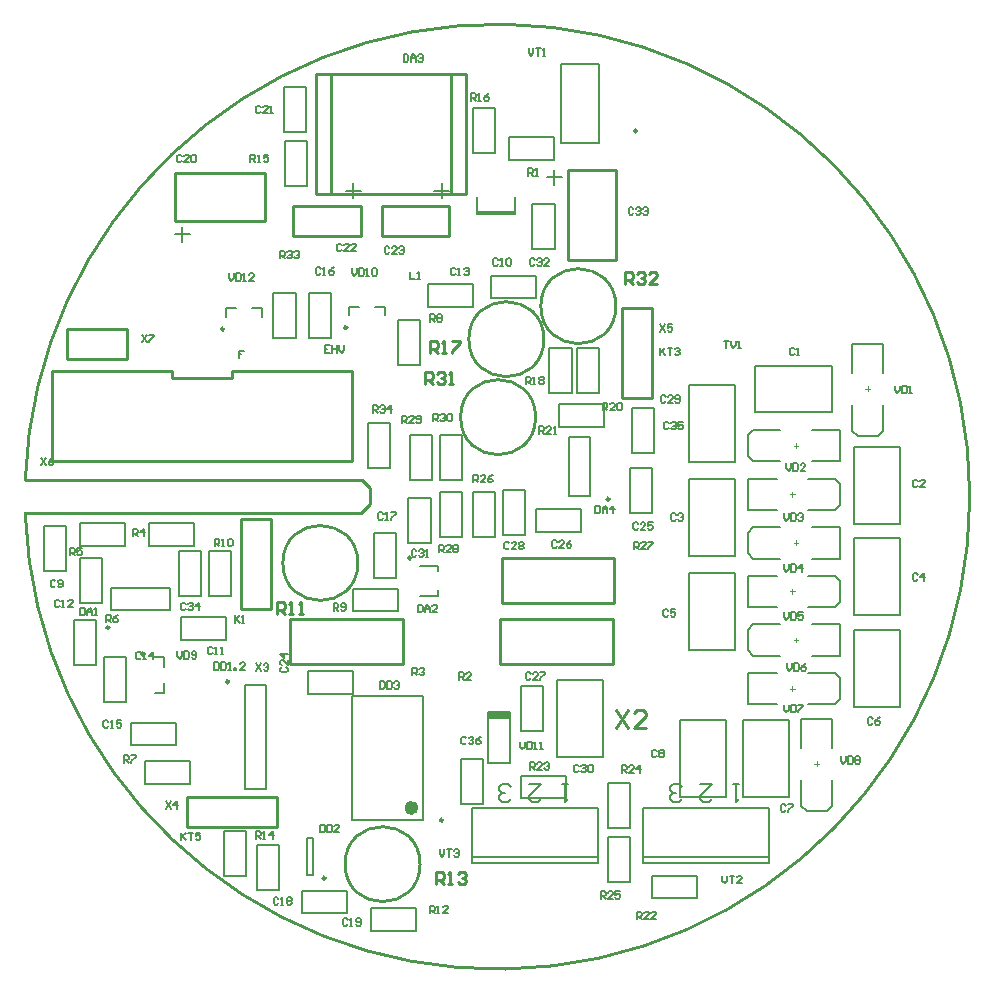
<source format=gto>
%FSLAX25Y25*%
%MOIN*%
G70*
G01*
G75*
G04 Layer_Color=65535*
%ADD10C,0.04000*%
%ADD11C,0.02000*%
G04:AMPARAMS|DCode=12|XSize=47.24mil|YSize=59.06mil|CornerRadius=11.81mil|HoleSize=0mil|Usage=FLASHONLY|Rotation=90.000|XOffset=0mil|YOffset=0mil|HoleType=Round|Shape=RoundedRectangle|*
%AMROUNDEDRECTD12*
21,1,0.04724,0.03543,0,0,90.0*
21,1,0.02362,0.05906,0,0,90.0*
1,1,0.02362,0.01772,0.01181*
1,1,0.02362,0.01772,-0.01181*
1,1,0.02362,-0.01772,-0.01181*
1,1,0.02362,-0.01772,0.01181*
%
%ADD12ROUNDEDRECTD12*%
%ADD13R,0.13386X0.07480*%
G04:AMPARAMS|DCode=14|XSize=47.24mil|YSize=59.06mil|CornerRadius=11.81mil|HoleSize=0mil|Usage=FLASHONLY|Rotation=180.000|XOffset=0mil|YOffset=0mil|HoleType=Round|Shape=RoundedRectangle|*
%AMROUNDEDRECTD14*
21,1,0.04724,0.03543,0,0,180.0*
21,1,0.02362,0.05906,0,0,180.0*
1,1,0.02362,-0.01181,0.01772*
1,1,0.02362,0.01181,0.01772*
1,1,0.02362,0.01181,-0.01772*
1,1,0.02362,-0.01181,-0.01772*
%
%ADD14ROUNDEDRECTD14*%
%ADD15R,0.04331X0.02559*%
%ADD16R,0.13780X0.04724*%
%ADD17R,0.08268X0.07284*%
%ADD18R,0.04724X0.13780*%
%ADD19R,0.07284X0.08268*%
%ADD20R,0.14764X0.07874*%
%ADD21R,0.02362X0.05118*%
%ADD22R,0.08465X0.13780*%
%ADD23R,0.08465X0.04331*%
%ADD24R,0.08465X0.04331*%
%ADD25O,0.02362X0.08661*%
%ADD26R,0.05118X0.02362*%
%ADD27O,0.08661X0.02362*%
%ADD28R,0.03937X0.03347*%
%ADD29R,0.03937X0.03347*%
%ADD30O,0.09055X0.02362*%
%ADD31R,0.07874X0.14764*%
%ADD32R,0.05906X0.07874*%
%ADD33C,0.01000*%
%ADD34C,0.00394*%
%ADD35C,0.06000*%
%ADD36R,0.06000X0.06000*%
%ADD37R,0.10000X0.10000*%
%ADD38C,0.10000*%
%ADD39C,0.20000*%
%ADD40C,0.07087*%
%ADD41R,0.06000X0.06000*%
%ADD42R,0.06299X0.06299*%
%ADD43C,0.06299*%
%ADD44C,0.05000*%
%ADD45R,0.05000X0.05000*%
%ADD46C,0.04000*%
%ADD47C,0.04724*%
%ADD48R,0.05906X0.05906*%
%ADD49C,0.05906*%
%ADD50C,0.00984*%
%ADD51C,0.02362*%
%ADD52C,0.00787*%
%ADD53C,0.00500*%
%ADD54C,0.00800*%
%ADD55C,0.00591*%
%ADD56R,0.07480X0.02559*%
D33*
X386740Y203500D02*
G03*
X386740Y203500I-12500J0D01*
G01*
X428000Y378500D02*
G03*
X428000Y378500I-12500J0D01*
G01*
X425250Y352500D02*
G03*
X425250Y352500I-12500J0D01*
G01*
X452000Y389500D02*
G03*
X452000Y389500I-12500J0D01*
G01*
X366000Y303894D02*
G03*
X366000Y303894I-12500J0D01*
G01*
X269000Y381961D02*
X289000D01*
X269000Y371961D02*
X289000D01*
Y381961D01*
X269000Y371961D02*
Y381961D01*
X451394Y290500D02*
Y305500D01*
X413894D02*
X451394D01*
X413894Y290500D02*
X451394D01*
X413894D02*
Y305500D01*
X381000Y270106D02*
Y285106D01*
X343500D02*
X381000D01*
X343500Y270106D02*
X381000D01*
X343500D02*
Y285106D01*
X451000Y270106D02*
Y285106D01*
X413500D02*
X451000D01*
X413500Y270106D02*
X451000D01*
X413500D02*
Y285106D01*
X327000Y288394D02*
Y318394D01*
X337000Y288394D02*
Y318394D01*
Y288394D02*
Y318394D01*
X327000Y288394D02*
X337000D01*
X327000Y318394D02*
X337000D01*
X309000Y216000D02*
X339000D01*
X309000Y226000D02*
X339000D01*
X309000D02*
X339000D01*
Y216000D02*
Y226000D01*
X309000Y216000D02*
Y226000D01*
X464000Y359000D02*
Y389000D01*
X454000Y359000D02*
Y389000D01*
Y359000D02*
Y389000D01*
X464000D01*
X454000Y359000D02*
X464000D01*
X357000Y427000D02*
Y467000D01*
X397000Y427000D02*
Y467000D01*
X402000Y427000D02*
Y467000D01*
X352000D02*
X402000D01*
X352000Y427000D02*
Y467000D01*
Y427000D02*
X402000D01*
X264000Y338000D02*
X364000D01*
X264000Y368000D02*
X304000D01*
X264000Y338000D02*
Y368000D01*
X324000D02*
X364000D01*
X324000Y365500D02*
Y368000D01*
X304000Y365500D02*
X324000D01*
X364000Y338000D02*
Y368000D01*
X304000Y365500D02*
Y368000D01*
X388375Y363394D02*
Y367392D01*
X390375D01*
X391041Y366726D01*
Y365393D01*
X390375Y364727D01*
X388375D01*
X389708D02*
X391041Y363394D01*
X392374Y366726D02*
X393041Y367392D01*
X394374D01*
X395040Y366726D01*
Y366059D01*
X394374Y365393D01*
X393707D01*
X394374D01*
X395040Y364727D01*
Y364060D01*
X394374Y363394D01*
X393041D01*
X392374Y364060D01*
X396373Y363394D02*
X397706D01*
X397039D01*
Y367392D01*
X396373Y366726D01*
X389982Y374000D02*
Y377999D01*
X391982D01*
X392648Y377332D01*
Y375999D01*
X391982Y375333D01*
X389982D01*
X391315D02*
X392648Y374000D01*
X393981D02*
X395314D01*
X394647D01*
Y377999D01*
X393981Y377332D01*
X397313Y377999D02*
X399979D01*
Y377332D01*
X397313Y374666D01*
Y374000D01*
X392000Y196954D02*
Y200953D01*
X393999D01*
X394666Y200286D01*
Y198953D01*
X393999Y198287D01*
X392000D01*
X393333D02*
X394666Y196954D01*
X395999D02*
X397332D01*
X396665D01*
Y200953D01*
X395999Y200286D01*
X399331D02*
X399997Y200953D01*
X401330D01*
X401997Y200286D01*
Y199620D01*
X401330Y198953D01*
X400664D01*
X401330D01*
X401997Y198287D01*
Y197620D01*
X401330Y196954D01*
X399997D01*
X399331Y197620D01*
X339000Y287039D02*
Y291038D01*
X340999D01*
X341666Y290371D01*
Y289038D01*
X340999Y288372D01*
X339000D01*
X340333D02*
X341666Y287039D01*
X342999D02*
X344332D01*
X343665D01*
Y291038D01*
X342999Y290371D01*
X346331Y287039D02*
X347664D01*
X346997D01*
Y291038D01*
X346331Y290371D01*
X455216Y397000D02*
Y400999D01*
X457215D01*
X457882Y400332D01*
Y398999D01*
X457215Y398333D01*
X455216D01*
X456549D02*
X457882Y397000D01*
X459215Y400332D02*
X459881Y400999D01*
X461214D01*
X461880Y400332D01*
Y399666D01*
X461214Y398999D01*
X460547D01*
X461214D01*
X461880Y398333D01*
Y397666D01*
X461214Y397000D01*
X459881D01*
X459215Y397666D01*
X465879Y397000D02*
X463213D01*
X465879Y399666D01*
Y400332D01*
X465213Y400999D01*
X463880D01*
X463213Y400332D01*
X452000Y254998D02*
X455999Y249000D01*
Y254998D02*
X452000Y249000D01*
X461997D02*
X457998D01*
X461997Y252999D01*
Y253998D01*
X460997Y254998D01*
X458998D01*
X457998Y253998D01*
X255116Y320504D02*
G03*
X255116Y331496I157384J5496D01*
G01*
Y320504D02*
X367004D01*
X370000Y323500D01*
Y329004D01*
X255116Y331496D02*
X367508D01*
X370000Y329004D01*
D34*
X511268Y343000D02*
X512843D01*
X512055Y342213D02*
Y343787D01*
X510087Y262000D02*
X511661D01*
X510874Y261213D02*
Y262787D01*
X511268Y278200D02*
X512843D01*
X512055Y277413D02*
Y278987D01*
X510087Y294400D02*
X511661D01*
X510874Y293613D02*
Y295187D01*
X511268Y310600D02*
X512843D01*
X512055Y309813D02*
Y311387D01*
X510087Y326800D02*
X511661D01*
X510874Y326013D02*
Y327587D01*
X519000Y236213D02*
Y237787D01*
X518213Y237000D02*
X519787D01*
X536000Y361213D02*
Y362787D01*
X535213Y362000D02*
X536787D01*
D50*
X355217Y198815D02*
G03*
X355217Y198815I-492J0D01*
G01*
X362405Y382366D02*
G03*
X362405Y382366I-492J0D01*
G01*
X459094Y447945D02*
G03*
X459094Y447945I-492J0D01*
G01*
X283146Y282394D02*
G03*
X283146Y282394I-492J0D01*
G01*
X294858Y273587D02*
G03*
X294858Y273587I-492J0D01*
G01*
X323043Y264347D02*
G03*
X323043Y264347I-492J0D01*
G01*
X383768Y305579D02*
G03*
X383768Y305579I-492J0D01*
G01*
X394406Y218154D02*
G03*
X394406Y218154I-492J0D01*
G01*
X449941Y325153D02*
G03*
X449941Y325153I-492J0D01*
G01*
X321406Y381866D02*
G03*
X321406Y381866I-492J0D01*
G01*
X435890Y434823D02*
X452032D01*
X435890Y404902D02*
X452032D01*
X435890D02*
Y434823D01*
X452032Y404902D02*
Y434823D01*
X305177Y417890D02*
Y434031D01*
X335098Y417890D02*
Y434031D01*
X305177Y417890D02*
X335098D01*
X305177Y434031D02*
X335098D01*
X344500Y413000D02*
X367000D01*
X344500Y423000D02*
X367000D01*
X344500Y413000D02*
Y423000D01*
X367000Y413000D02*
Y423000D01*
X374000Y412890D02*
X396500D01*
X374000Y422890D02*
X396500D01*
X374000Y412890D02*
Y422890D01*
X396500Y412890D02*
Y422890D01*
D51*
X385055Y222268D02*
G03*
X385055Y222268I-1181J0D01*
G01*
D52*
X400299Y223520D02*
Y238480D01*
X407780Y223520D02*
Y238480D01*
X400299D02*
X407780D01*
X400299Y223520D02*
X407780D01*
X405701Y420992D02*
X418299D01*
X405701Y420244D02*
X418299D01*
Y425756D01*
X405701Y420244D02*
Y425756D01*
X313701Y292913D02*
Y307874D01*
X306221Y292913D02*
Y307874D01*
Y292913D02*
X313701D01*
X306221Y307874D02*
X313701D01*
X376701Y335520D02*
Y350480D01*
X369220Y335520D02*
Y350480D01*
Y335520D02*
X376701D01*
X369220Y350480D02*
X376701D01*
X307020Y278299D02*
X321980D01*
X307020Y285780D02*
X321980D01*
X307020Y278299D02*
Y285780D01*
X321980Y278299D02*
Y285780D01*
X349016Y199898D02*
Y212102D01*
X350984Y199898D02*
Y212102D01*
X349016D02*
X350984D01*
X349016Y199898D02*
X350984D01*
X494228Y251598D02*
X509583D01*
X494228Y226008D02*
X509583D01*
Y251598D01*
X494228Y226008D02*
Y251598D01*
X476362Y300598D02*
X491716D01*
X476362Y275008D02*
X491716D01*
Y300598D01*
X476362Y275008D02*
Y300598D01*
Y331854D02*
X491716D01*
X476362Y306264D02*
X491716D01*
Y331854D01*
X476362Y306264D02*
Y331854D01*
X497882Y348217D02*
X506740D01*
X497882Y337784D02*
X506740D01*
X526819D02*
Y348217D01*
X517370D02*
X526819D01*
X517370Y337784D02*
X526819D01*
X496110Y346445D02*
X497882Y348217D01*
X496110Y339555D02*
X497882Y337784D01*
X496110Y339555D02*
Y346445D01*
X516189Y256784D02*
X525047D01*
X516189Y267216D02*
X525047D01*
X496110Y256784D02*
Y267216D01*
Y256784D02*
X505559D01*
X496110Y267216D02*
X505559D01*
X525047Y256784D02*
X526819Y258555D01*
X525047Y267216D02*
X526819Y265445D01*
Y258555D02*
Y265445D01*
X497882Y283417D02*
X506740D01*
X497882Y272984D02*
X506740D01*
X526819D02*
Y283417D01*
X517370D02*
X526819D01*
X517370Y272984D02*
X526819D01*
X496110Y281645D02*
X497882Y283417D01*
X496110Y274755D02*
X497882Y272984D01*
X496110Y274755D02*
Y281645D01*
X516189Y289183D02*
X525047D01*
X516189Y299617D02*
X525047D01*
X496110Y289183D02*
Y299617D01*
Y289183D02*
X505559D01*
X496110Y299617D02*
X505559D01*
X525047Y289183D02*
X526819Y290955D01*
X525047Y299617D02*
X526819Y297845D01*
Y290955D02*
Y297845D01*
X497882Y315816D02*
X506740D01*
X497882Y305383D02*
X506740D01*
X526819D02*
Y315816D01*
X517370D02*
X526819D01*
X517370Y305383D02*
X526819D01*
X496110Y314045D02*
X497882Y315816D01*
X496110Y307155D02*
X497882Y305383D01*
X496110Y307155D02*
Y314045D01*
X516189Y321584D02*
X525047D01*
X516189Y332016D02*
X525047D01*
X496110Y321584D02*
Y332016D01*
Y321584D02*
X505559D01*
X496110Y332016D02*
X505559D01*
X525047Y321584D02*
X526819Y323355D01*
X525047Y332016D02*
X526819Y330245D01*
Y323355D02*
Y330245D01*
X498402Y354283D02*
Y369638D01*
X523992Y354283D02*
Y369638D01*
X498402D02*
X523992D01*
X498402Y354283D02*
X523992D01*
X513784Y222827D02*
Y231685D01*
X524217Y222827D02*
Y231685D01*
X513784Y251764D02*
X524217D01*
X513784Y242315D02*
Y251764D01*
X524217Y242315D02*
Y251764D01*
X513784Y222827D02*
X515555Y221055D01*
X522445D02*
X524217Y222827D01*
X515555Y221055D02*
X522445D01*
X424094Y408520D02*
Y423480D01*
X431575Y408520D02*
Y423480D01*
X424094D02*
X431575D01*
X424094Y408520D02*
X431575D01*
X531284Y312098D02*
X546638D01*
X531284Y286508D02*
X546638D01*
Y312098D01*
X531284Y286508D02*
Y312098D01*
Y281598D02*
X546638D01*
X531284Y256008D02*
X546638D01*
Y281598D01*
X531284Y256008D02*
Y281598D01*
X530784Y347827D02*
Y356685D01*
X541217Y347827D02*
Y356685D01*
X530784Y376764D02*
X541217D01*
X530784Y367315D02*
Y376764D01*
X541217Y367315D02*
Y376764D01*
X530784Y347827D02*
X532555Y346055D01*
X539445D02*
X541217Y347827D01*
X532555Y346055D02*
X539445D01*
X531284Y342598D02*
X546638D01*
X531284Y317008D02*
X546638D01*
Y342598D01*
X531284Y317008D02*
Y342598D01*
X386701Y370020D02*
Y384980D01*
X379221Y370020D02*
Y384980D01*
Y370020D02*
X386701D01*
X379221Y384980D02*
X386701D01*
X349693Y379020D02*
Y393980D01*
X357173Y379020D02*
Y393980D01*
X349693D02*
X357173D01*
X349693Y379020D02*
X357173D01*
X296520Y309693D02*
X311480D01*
X296520Y317173D02*
X311480D01*
X296520Y309693D02*
Y317173D01*
X311480Y309693D02*
Y317173D01*
X363094Y386500D02*
Y389256D01*
X366244D01*
X374905Y386500D02*
Y389256D01*
X371756D02*
X374905D01*
X433602Y470189D02*
X446398D01*
X433602Y443811D02*
X446398D01*
Y470189D01*
X433602Y443811D02*
Y470189D01*
X416520Y438299D02*
X431480D01*
X416520Y445780D02*
X431480D01*
X416520Y438299D02*
Y445780D01*
X431480Y438299D02*
Y445780D01*
X273520Y309693D02*
X288480D01*
X273520Y317173D02*
X288480D01*
X273520Y309693D02*
Y317173D01*
X288480Y309693D02*
Y317173D01*
X268701Y301126D02*
Y316087D01*
X261221Y301126D02*
Y316087D01*
Y301126D02*
X268701D01*
X261221Y316087D02*
X268701D01*
X410520Y399701D02*
X425480D01*
X410520Y392220D02*
X425480D01*
Y399701D01*
X410520Y392220D02*
Y399701D01*
X283658Y288299D02*
X303343D01*
X283658Y295386D02*
X303343D01*
X283658Y288299D02*
Y295386D01*
X303343Y288299D02*
Y295386D01*
X278701Y269913D02*
Y284874D01*
X271220Y269913D02*
Y284874D01*
Y269913D02*
X278701D01*
X271220Y284874D02*
X278701D01*
X298500Y272406D02*
X301256D01*
Y269256D02*
Y272406D01*
X298500Y260595D02*
X301256D01*
Y263744D01*
X288701Y257520D02*
Y272480D01*
X281221Y257520D02*
Y272480D01*
Y257520D02*
X288701D01*
X281221Y272480D02*
X288701D01*
X364520Y287799D02*
X379480D01*
X364520Y295280D02*
X379480D01*
X364520Y287799D02*
Y295280D01*
X379480Y287799D02*
Y295280D01*
X328457Y228677D02*
X335543D01*
X328457Y263323D02*
X335543D01*
Y228677D02*
Y263323D01*
X328457Y228677D02*
Y263323D01*
X371299Y298913D02*
Y313874D01*
X378780Y298913D02*
Y313874D01*
X371299D02*
X378780D01*
X371299Y298913D02*
X378780D01*
X386819Y303020D02*
X392724D01*
X386819Y292980D02*
X392724D01*
Y301248D02*
Y303020D01*
Y292980D02*
Y294752D01*
X337748Y378913D02*
Y393874D01*
X345228Y378913D02*
Y393874D01*
X337748D02*
X345228D01*
X337748Y378913D02*
X345228D01*
X295020Y230299D02*
X309980D01*
X295020Y237779D02*
X309980D01*
X295020Y230299D02*
Y237779D01*
X309980Y230299D02*
Y237779D01*
X290413Y243150D02*
X305374D01*
X290413Y250630D02*
X305374D01*
X290413Y243150D02*
Y250630D01*
X305374Y243150D02*
Y250630D01*
X420299Y248020D02*
Y262980D01*
X427779Y248020D02*
Y262980D01*
X420299D02*
X427779D01*
X420299Y248020D02*
X427779D01*
X364189Y259669D02*
X387811D01*
X364189Y218331D02*
X387811D01*
X364189D02*
Y259669D01*
X387811Y218331D02*
Y259669D01*
X349420Y260299D02*
X364381D01*
X349420Y267779D02*
X364381D01*
X349420Y260299D02*
Y267779D01*
X364381Y260299D02*
Y267779D01*
X339701Y194780D02*
Y209740D01*
X332221Y194780D02*
Y209740D01*
Y194780D02*
X339701D01*
X332221Y209740D02*
X339701D01*
X460937Y205748D02*
X503063D01*
X460937Y203780D02*
X503063D01*
X460937Y222284D02*
X503063D01*
Y203780D02*
Y222284D01*
X460937Y203780D02*
Y222284D01*
X370520Y181299D02*
X385480D01*
X370520Y188779D02*
X385480D01*
X370520Y181299D02*
Y188779D01*
X385480Y181299D02*
Y188779D01*
X328701Y199520D02*
Y214480D01*
X321220Y199520D02*
Y214480D01*
Y199520D02*
X328701D01*
X321220Y214480D02*
X328701D01*
X449299Y215520D02*
Y230480D01*
X456779Y215520D02*
Y230480D01*
X449299D02*
X456779D01*
X449299Y215520D02*
X456779D01*
X347520Y194701D02*
X362480D01*
X347520Y187221D02*
X362480D01*
Y194701D01*
X347520Y187221D02*
Y194701D01*
X456701Y197520D02*
Y212480D01*
X449221Y197520D02*
Y212480D01*
Y197520D02*
X456701D01*
X449221Y212480D02*
X456701D01*
X403937Y205765D02*
X446063D01*
X403937Y203797D02*
X446063D01*
X403937Y222301D02*
X446063D01*
Y203797D02*
Y222301D01*
X403937Y203797D02*
Y222301D01*
X432362Y239295D02*
X447717D01*
X432362Y264886D02*
X447717D01*
X432362Y239295D02*
Y264886D01*
X447717Y239295D02*
Y264886D01*
X433126Y349299D02*
X448087D01*
X433126Y356780D02*
X448087D01*
X433126Y349299D02*
Y356780D01*
X448087Y349299D02*
Y356780D01*
X411701Y312520D02*
Y327480D01*
X404220Y312520D02*
Y327480D01*
Y312520D02*
X411701D01*
X404220Y327480D02*
X411701D01*
X390307Y310520D02*
Y325480D01*
X382827Y310520D02*
Y325480D01*
Y310520D02*
X390307D01*
X382827Y325480D02*
X390307D01*
X400701Y312520D02*
Y327480D01*
X393220Y312520D02*
Y327480D01*
Y312520D02*
X400701D01*
X393220Y327480D02*
X400701D01*
X436457Y345843D02*
X443543D01*
X436457Y326157D02*
X443543D01*
X436457D02*
Y345843D01*
X443543Y326157D02*
Y345843D01*
X414299Y313126D02*
Y328087D01*
X421779Y313126D02*
Y328087D01*
X414299D02*
X421779D01*
X414299Y313126D02*
X421779D01*
X400701Y331520D02*
Y346480D01*
X393220Y331520D02*
Y346480D01*
Y331520D02*
X400701D01*
X393220Y346480D02*
X400701D01*
X425520Y314299D02*
X440480D01*
X425520Y321779D02*
X440480D01*
X425520Y314299D02*
Y321779D01*
X440480Y314299D02*
Y321779D01*
X322094Y386000D02*
Y388756D01*
X325244D01*
X333906Y386000D02*
Y388756D01*
X330756D02*
X333906D01*
X390701Y331520D02*
Y346480D01*
X383221Y331520D02*
Y346480D01*
Y331520D02*
X390701D01*
X383221Y346480D02*
X390701D01*
X341299Y447520D02*
Y462480D01*
X348780Y447520D02*
Y462480D01*
X341299D02*
X348780D01*
X341299Y447520D02*
X348780D01*
X456693Y320520D02*
Y335480D01*
X464173Y320520D02*
Y335480D01*
X456693D02*
X464173D01*
X456693Y320520D02*
X464173D01*
X457299Y340520D02*
Y355480D01*
X464780Y340520D02*
Y355480D01*
X457299D02*
X464780D01*
X457299Y340520D02*
X464780D01*
X341575Y429520D02*
X349055D01*
X341575Y444480D02*
X349055D01*
Y429520D02*
Y444480D01*
X341575Y429520D02*
Y444480D01*
X429811Y375480D02*
X437291D01*
X429811Y360520D02*
X437291D01*
X429811D02*
Y375480D01*
X437291Y360520D02*
Y375480D01*
X464070Y192220D02*
Y199701D01*
X479031Y192220D02*
Y199701D01*
X464070Y192220D02*
X479031D01*
X464070Y199701D02*
X479031D01*
X316220Y307874D02*
X323701D01*
X316220Y292913D02*
X323701D01*
X316220D02*
Y307874D01*
X323701Y292913D02*
Y307874D01*
X404299Y440520D02*
X411779D01*
X404299Y455480D02*
X411779D01*
Y440520D02*
Y455480D01*
X404299Y440520D02*
Y455480D01*
X439063Y375480D02*
X446543D01*
X439063Y360520D02*
X446543D01*
X439063D02*
Y375480D01*
X446543Y360520D02*
Y375480D01*
X420520Y225455D02*
Y232936D01*
X435480Y225455D02*
Y232936D01*
X420520Y225455D02*
X435480D01*
X420520Y232936D02*
X435480D01*
X404480Y389299D02*
Y396779D01*
X389520Y389299D02*
Y396779D01*
X404480D01*
X389520Y389299D02*
X404480D01*
X273220Y305480D02*
X280701D01*
X273220Y290520D02*
X280701D01*
X273220D02*
Y305480D01*
X280701Y290520D02*
Y305480D01*
X473283Y226008D02*
Y251598D01*
X488638Y226008D02*
Y251598D01*
X473283Y226008D02*
X488638D01*
X473283Y251598D02*
X488638D01*
X409260Y237142D02*
X416740D01*
X409260D02*
Y254071D01*
X416740Y237142D02*
Y254071D01*
X491716Y337520D02*
Y363110D01*
X476362Y337520D02*
Y363110D01*
X491716D01*
X476362Y337520D02*
X491716D01*
D53*
X431500Y430000D02*
Y435000D01*
X429000Y432500D02*
X434000D01*
X305000Y413500D02*
X310000D01*
X307500Y411000D02*
Y416000D01*
X364500Y425500D02*
Y430500D01*
X362000Y428000D02*
X367000D01*
X394000Y425390D02*
Y430390D01*
X391500Y427890D02*
X396500D01*
D54*
X402100Y245554D02*
X401700Y245954D01*
X400900D01*
X400500Y245554D01*
Y243954D01*
X400900Y243555D01*
X401700D01*
X402100Y243954D01*
X402899Y245554D02*
X403299Y245954D01*
X404099D01*
X404499Y245554D01*
Y245154D01*
X404099Y244754D01*
X403699D01*
X404099D01*
X404499Y244354D01*
Y243954D01*
X404099Y243555D01*
X403299D01*
X402899Y243954D01*
X406898Y245954D02*
X406098Y245554D01*
X405298Y244754D01*
Y243954D01*
X405698Y243555D01*
X406498D01*
X406898Y243954D01*
Y244354D01*
X406498Y244754D01*
X405298D01*
X294000Y379860D02*
X295600Y377461D01*
Y379860D02*
X294000Y377461D01*
X296399Y379860D02*
X297999D01*
Y379460D01*
X296399Y377860D01*
Y377461D01*
X371000Y354000D02*
Y356399D01*
X372200D01*
X372600Y355999D01*
Y355200D01*
X372200Y354800D01*
X371000D01*
X371800D02*
X372600Y354000D01*
X373399Y355999D02*
X373799Y356399D01*
X374599D01*
X374999Y355999D01*
Y355599D01*
X374599Y355200D01*
X374199D01*
X374599D01*
X374999Y354800D01*
Y354400D01*
X374599Y354000D01*
X373799D01*
X373399Y354400D01*
X376998Y354000D02*
Y356399D01*
X375798Y355200D01*
X377398D01*
X308599Y290191D02*
X308200Y290591D01*
X307400D01*
X307000Y290191D01*
Y288592D01*
X307400Y288192D01*
X308200D01*
X308599Y288592D01*
X309399Y290191D02*
X309799Y290591D01*
X310599D01*
X310999Y290191D01*
Y289791D01*
X310599Y289391D01*
X310199D01*
X310599D01*
X310999Y288991D01*
Y288592D01*
X310599Y288192D01*
X309799D01*
X309399Y288592D01*
X312998Y288192D02*
Y290591D01*
X311798Y289391D01*
X313398D01*
X317559Y275393D02*
X317159Y275793D01*
X316359D01*
X315960Y275393D01*
Y273794D01*
X316359Y273394D01*
X317159D01*
X317559Y273794D01*
X318359Y273394D02*
X319159D01*
X318759D01*
Y275793D01*
X318359Y275393D01*
X320358Y273394D02*
X321158D01*
X320758D01*
Y275793D01*
X320358Y275393D01*
X353380Y216707D02*
Y214308D01*
X354579D01*
X354979Y214708D01*
Y216308D01*
X354579Y216707D01*
X353380D01*
X355779D02*
Y214308D01*
X356978D01*
X357378Y214708D01*
Y216308D01*
X356978Y216707D01*
X355779D01*
X359777Y214308D02*
X358178D01*
X359777Y215908D01*
Y216308D01*
X359378Y216707D01*
X358578D01*
X358178Y216308D01*
X466879Y383399D02*
X468479Y381000D01*
Y383399D02*
X466879Y381000D01*
X470878Y383399D02*
X469278D01*
Y382200D01*
X470078Y382599D01*
X470478D01*
X470878Y382200D01*
Y381400D01*
X470478Y381000D01*
X469678D01*
X469278Y381400D01*
X301975Y224399D02*
X303575Y222000D01*
Y224399D02*
X301975Y222000D01*
X305574D02*
Y224399D01*
X304375Y223200D01*
X305974D01*
X332165Y270399D02*
X333764Y268000D01*
Y270399D02*
X332165Y268000D01*
X334564Y269999D02*
X334964Y270399D01*
X335764D01*
X336163Y269999D01*
Y269600D01*
X335764Y269200D01*
X335364D01*
X335764D01*
X336163Y268800D01*
Y268400D01*
X335764Y268000D01*
X334964D01*
X334564Y268400D01*
X393224Y208399D02*
Y206800D01*
X394024Y206000D01*
X394824Y206800D01*
Y208399D01*
X395624D02*
X397223D01*
X396423D01*
Y206000D01*
X398023Y207999D02*
X398423Y208399D01*
X399222D01*
X399622Y207999D01*
Y207599D01*
X399222Y207200D01*
X398823D01*
X399222D01*
X399622Y206800D01*
Y206400D01*
X399222Y206000D01*
X398423D01*
X398023Y206400D01*
X487535Y199538D02*
Y197938D01*
X488335Y197138D01*
X489135Y197938D01*
Y199538D01*
X489934D02*
X491534D01*
X490734D01*
Y197138D01*
X493933D02*
X492334D01*
X493933Y198738D01*
Y199138D01*
X493533Y199538D01*
X492733D01*
X492334Y199138D01*
X422924Y475399D02*
Y473800D01*
X423724Y473000D01*
X424524Y473800D01*
Y475399D01*
X425324D02*
X426923D01*
X426123D01*
Y473000D01*
X427723D02*
X428523D01*
X428123D01*
Y475399D01*
X427723Y474999D01*
X323000Y400399D02*
Y398800D01*
X323800Y398000D01*
X324600Y398800D01*
Y400399D01*
X325399D02*
Y398000D01*
X326599D01*
X326999Y398400D01*
Y399999D01*
X326599Y400399D01*
X325399D01*
X327798Y398000D02*
X328598D01*
X328198D01*
Y400399D01*
X327798Y399999D01*
X331397Y398000D02*
X329798D01*
X331397Y399600D01*
Y399999D01*
X330997Y400399D01*
X330198D01*
X329798Y399999D01*
X420000Y244230D02*
Y242630D01*
X420800Y241830D01*
X421599Y242630D01*
Y244230D01*
X422399D02*
Y241830D01*
X423599D01*
X423999Y242230D01*
Y243830D01*
X423599Y244230D01*
X422399D01*
X424798Y241830D02*
X425598D01*
X425198D01*
Y244230D01*
X424798Y243830D01*
X426798Y241830D02*
X427598D01*
X427198D01*
Y244230D01*
X426798Y243830D01*
X364000Y402100D02*
Y400500D01*
X364800Y399701D01*
X365599Y400500D01*
Y402100D01*
X366399D02*
Y399701D01*
X367599D01*
X367999Y400101D01*
Y401700D01*
X367599Y402100D01*
X366399D01*
X368798Y399701D02*
X369598D01*
X369198D01*
Y402100D01*
X368798Y401700D01*
X370798D02*
X371198Y402100D01*
X371997D01*
X372397Y401700D01*
Y400101D01*
X371997Y399701D01*
X371198D01*
X370798Y400101D01*
Y401700D01*
X305818Y274399D02*
Y272800D01*
X306617Y272000D01*
X307417Y272800D01*
Y274399D01*
X308217D02*
Y272000D01*
X309417D01*
X309816Y272400D01*
Y273999D01*
X309417Y274399D01*
X308217D01*
X310616Y272400D02*
X311016Y272000D01*
X311816D01*
X312216Y272400D01*
Y273999D01*
X311816Y274399D01*
X311016D01*
X310616Y273999D01*
Y273600D01*
X311016Y273200D01*
X312216D01*
X527000Y239399D02*
Y237800D01*
X527800Y237000D01*
X528600Y237800D01*
Y239399D01*
X529399D02*
Y237000D01*
X530599D01*
X530999Y237400D01*
Y238999D01*
X530599Y239399D01*
X529399D01*
X531798Y238999D02*
X532198Y239399D01*
X532998D01*
X533398Y238999D01*
Y238599D01*
X532998Y238200D01*
X533398Y237800D01*
Y237400D01*
X532998Y237000D01*
X532198D01*
X531798Y237400D01*
Y237800D01*
X532198Y238200D01*
X531798Y238599D01*
Y238999D01*
X532198Y238200D02*
X532998D01*
X508000Y256505D02*
Y254906D01*
X508800Y254106D01*
X509599Y254906D01*
Y256505D01*
X510399D02*
Y254106D01*
X511599D01*
X511999Y254506D01*
Y256106D01*
X511599Y256505D01*
X510399D01*
X512798D02*
X514398D01*
Y256106D01*
X512798Y254506D01*
Y254106D01*
X509000Y270399D02*
Y268800D01*
X509800Y268000D01*
X510600Y268800D01*
Y270399D01*
X511399D02*
Y268000D01*
X512599D01*
X512999Y268400D01*
Y269999D01*
X512599Y270399D01*
X511399D01*
X515398D02*
X514598Y269999D01*
X513798Y269200D01*
Y268400D01*
X514198Y268000D01*
X514998D01*
X515398Y268400D01*
Y268800D01*
X514998Y269200D01*
X513798D01*
X508000Y287399D02*
Y285800D01*
X508800Y285000D01*
X509599Y285800D01*
Y287399D01*
X510399D02*
Y285000D01*
X511599D01*
X511999Y285400D01*
Y286999D01*
X511599Y287399D01*
X510399D01*
X514398D02*
X512798D01*
Y286200D01*
X513598Y286599D01*
X513998D01*
X514398Y286200D01*
Y285400D01*
X513998Y285000D01*
X513198D01*
X512798Y285400D01*
X508000Y303399D02*
Y301800D01*
X508800Y301000D01*
X509599Y301800D01*
Y303399D01*
X510399D02*
Y301000D01*
X511599D01*
X511999Y301400D01*
Y302999D01*
X511599Y303399D01*
X510399D01*
X513998Y301000D02*
Y303399D01*
X512798Y302200D01*
X514398D01*
X508000Y320411D02*
Y318811D01*
X508800Y318011D01*
X509599Y318811D01*
Y320411D01*
X510399D02*
Y318011D01*
X511599D01*
X511999Y318411D01*
Y320011D01*
X511599Y320411D01*
X510399D01*
X512798Y320011D02*
X513198Y320411D01*
X513998D01*
X514398Y320011D01*
Y319611D01*
X513998Y319211D01*
X513598D01*
X513998D01*
X514398Y318811D01*
Y318411D01*
X513998Y318011D01*
X513198D01*
X512798Y318411D01*
X508805Y337100D02*
Y335501D01*
X509605Y334701D01*
X510405Y335501D01*
Y337100D01*
X511204D02*
Y334701D01*
X512404D01*
X512804Y335101D01*
Y336700D01*
X512404Y337100D01*
X511204D01*
X515203Y334701D02*
X513604D01*
X515203Y336300D01*
Y336700D01*
X514803Y337100D01*
X514003D01*
X513604Y336700D01*
X545000Y363007D02*
Y361408D01*
X545800Y360608D01*
X546599Y361408D01*
Y363007D01*
X547399D02*
Y360608D01*
X548599D01*
X548999Y361008D01*
Y362608D01*
X548599Y363007D01*
X547399D01*
X549798Y360608D02*
X550598D01*
X550198D01*
Y363007D01*
X549798Y362608D01*
X488000Y378046D02*
X489600D01*
X488800D01*
Y375647D01*
X490399Y378046D02*
Y376447D01*
X491199Y375647D01*
X491999Y376447D01*
Y378046D01*
X492798Y375647D02*
X493598D01*
X493198D01*
Y378046D01*
X492798Y377647D01*
X340000Y405450D02*
Y407849D01*
X341200D01*
X341599Y407449D01*
Y406650D01*
X341200Y406250D01*
X340000D01*
X340800D02*
X341599Y405450D01*
X342399Y407449D02*
X342799Y407849D01*
X343599D01*
X343999Y407449D01*
Y407050D01*
X343599Y406650D01*
X343199D01*
X343599D01*
X343999Y406250D01*
Y405850D01*
X343599Y405450D01*
X342799D01*
X342399Y405850D01*
X344798Y407449D02*
X345198Y407849D01*
X345998D01*
X346398Y407449D01*
Y407050D01*
X345998Y406650D01*
X345598D01*
X345998D01*
X346398Y406250D01*
Y405850D01*
X345998Y405450D01*
X345198D01*
X344798Y405850D01*
X391044Y351103D02*
Y353502D01*
X392244D01*
X392644Y353102D01*
Y352303D01*
X392244Y351903D01*
X391044D01*
X391844D02*
X392644Y351103D01*
X393443Y353102D02*
X393843Y353502D01*
X394643D01*
X395043Y353102D01*
Y352702D01*
X394643Y352303D01*
X394243D01*
X394643D01*
X395043Y351903D01*
Y351503D01*
X394643Y351103D01*
X393843D01*
X393443Y351503D01*
X395843Y353102D02*
X396243Y353502D01*
X397042D01*
X397442Y353102D01*
Y351503D01*
X397042Y351103D01*
X396243D01*
X395843Y351503D01*
Y353102D01*
X380663Y350522D02*
Y352921D01*
X381862D01*
X382262Y352521D01*
Y351721D01*
X381862Y351321D01*
X380663D01*
X381462D02*
X382262Y350522D01*
X384661D02*
X383062D01*
X384661Y352121D01*
Y352521D01*
X384261Y352921D01*
X383462D01*
X383062Y352521D01*
X385461Y350921D02*
X385861Y350522D01*
X386661D01*
X387060Y350921D01*
Y352521D01*
X386661Y352921D01*
X385861D01*
X385461Y352521D01*
Y352121D01*
X385861Y351721D01*
X387060D01*
X393000Y307428D02*
Y309827D01*
X394200D01*
X394600Y309428D01*
Y308628D01*
X394200Y308228D01*
X393000D01*
X393800D02*
X394600Y307428D01*
X396999D02*
X395399D01*
X396999Y309028D01*
Y309428D01*
X396599Y309827D01*
X395799D01*
X395399Y309428D01*
X397798D02*
X398198Y309827D01*
X398998D01*
X399398Y309428D01*
Y309028D01*
X398998Y308628D01*
X399398Y308228D01*
Y307828D01*
X398998Y307428D01*
X398198D01*
X397798Y307828D01*
Y308228D01*
X398198Y308628D01*
X397798Y309028D01*
Y309428D01*
X398198Y308628D02*
X398998D01*
X457984Y308494D02*
Y310893D01*
X459184D01*
X459584Y310493D01*
Y309694D01*
X459184Y309294D01*
X457984D01*
X458784D02*
X459584Y308494D01*
X461983D02*
X460383D01*
X461983Y310093D01*
Y310493D01*
X461583Y310893D01*
X460783D01*
X460383Y310493D01*
X462782Y310893D02*
X464382D01*
Y310493D01*
X462782Y308894D01*
Y308494D01*
X404505Y330726D02*
Y333125D01*
X405704D01*
X406104Y332725D01*
Y331925D01*
X405704Y331525D01*
X404505D01*
X405305D02*
X406104Y330726D01*
X408503D02*
X406904D01*
X408503Y332325D01*
Y332725D01*
X408104Y333125D01*
X407304D01*
X406904Y332725D01*
X410903Y333125D02*
X410103Y332725D01*
X409303Y331925D01*
Y331126D01*
X409703Y330726D01*
X410503D01*
X410903Y331126D01*
Y331525D01*
X410503Y331925D01*
X409303D01*
X447000Y192000D02*
Y194399D01*
X448200D01*
X448599Y193999D01*
Y193200D01*
X448200Y192800D01*
X447000D01*
X447800D02*
X448599Y192000D01*
X450999D02*
X449399D01*
X450999Y193599D01*
Y193999D01*
X450599Y194399D01*
X449799D01*
X449399Y193999D01*
X453398Y194399D02*
X451798D01*
Y193200D01*
X452598Y193599D01*
X452998D01*
X453398Y193200D01*
Y192400D01*
X452998Y192000D01*
X452198D01*
X451798Y192400D01*
X454000Y234000D02*
Y236399D01*
X455200D01*
X455599Y235999D01*
Y235200D01*
X455200Y234800D01*
X454000D01*
X454800D02*
X455599Y234000D01*
X457999D02*
X456399D01*
X457999Y235599D01*
Y235999D01*
X457599Y236399D01*
X456799D01*
X456399Y235999D01*
X459998Y234000D02*
Y236399D01*
X458798Y235200D01*
X460398D01*
X459000Y185225D02*
Y187624D01*
X460200D01*
X460600Y187224D01*
Y186425D01*
X460200Y186025D01*
X459000D01*
X459800D02*
X460600Y185225D01*
X462999D02*
X461399D01*
X462999Y186824D01*
Y187224D01*
X462599Y187624D01*
X461799D01*
X461399Y187224D01*
X465398Y185225D02*
X463798D01*
X465398Y186824D01*
Y187224D01*
X464998Y187624D01*
X464198D01*
X463798Y187224D01*
X426467Y347000D02*
Y349399D01*
X427667D01*
X428067Y348999D01*
Y348200D01*
X427667Y347800D01*
X426467D01*
X427267D02*
X428067Y347000D01*
X430466D02*
X428867D01*
X430466Y348600D01*
Y348999D01*
X430066Y349399D01*
X429267D01*
X428867Y348999D01*
X431266Y347000D02*
X432065D01*
X431666D01*
Y349399D01*
X431266Y348999D01*
X422000Y363557D02*
Y365956D01*
X423200D01*
X423599Y365557D01*
Y364757D01*
X423200Y364357D01*
X422000D01*
X422800D02*
X423599Y363557D01*
X424399D02*
X425199D01*
X424799D01*
Y365956D01*
X424399Y365557D01*
X426399D02*
X426798Y365956D01*
X427598D01*
X427998Y365557D01*
Y365157D01*
X427598Y364757D01*
X427998Y364357D01*
Y363957D01*
X427598Y363557D01*
X426798D01*
X426399Y363957D01*
Y364357D01*
X426798Y364757D01*
X426399Y365157D01*
Y365557D01*
X426798Y364757D02*
X427598D01*
X330202Y437646D02*
Y440046D01*
X331401D01*
X331801Y439646D01*
Y438846D01*
X331401Y438446D01*
X330202D01*
X331002D02*
X331801Y437646D01*
X332601D02*
X333401D01*
X333001D01*
Y440046D01*
X332601Y439646D01*
X336200Y440046D02*
X334600D01*
Y438846D01*
X335400Y439246D01*
X335800D01*
X336200Y438846D01*
Y438046D01*
X335800Y437646D01*
X335000D01*
X334600Y438046D01*
X332000Y212000D02*
Y214399D01*
X333200D01*
X333599Y213999D01*
Y213200D01*
X333200Y212800D01*
X332000D01*
X332800D02*
X333599Y212000D01*
X334399D02*
X335199D01*
X334799D01*
Y214399D01*
X334399Y213999D01*
X337598Y212000D02*
Y214399D01*
X336399Y213200D01*
X337998D01*
X390000Y187174D02*
Y189573D01*
X391200D01*
X391599Y189173D01*
Y188373D01*
X391200Y187973D01*
X390000D01*
X390800D02*
X391599Y187174D01*
X392399D02*
X393199D01*
X392799D01*
Y189573D01*
X392399Y189173D01*
X395998Y187174D02*
X394399D01*
X395998Y188773D01*
Y189173D01*
X395598Y189573D01*
X394798D01*
X394399Y189173D01*
X318228Y309390D02*
Y311789D01*
X319428D01*
X319828Y311389D01*
Y310589D01*
X319428Y310189D01*
X318228D01*
X319028D02*
X319828Y309390D01*
X320628D02*
X321427D01*
X321027D01*
Y311789D01*
X320628Y311389D01*
X322627D02*
X323027Y311789D01*
X323827D01*
X324226Y311389D01*
Y309789D01*
X323827Y309390D01*
X323027D01*
X322627Y309789D01*
Y311389D01*
X357890Y288000D02*
Y290399D01*
X359089D01*
X359489Y289999D01*
Y289200D01*
X359089Y288800D01*
X357890D01*
X358689D02*
X359489Y288000D01*
X360289Y288400D02*
X360689Y288000D01*
X361489D01*
X361889Y288400D01*
Y289999D01*
X361489Y290399D01*
X360689D01*
X360289Y289999D01*
Y289599D01*
X360689Y289200D01*
X361889D01*
X390050Y384350D02*
Y386749D01*
X391250D01*
X391650Y386349D01*
Y385550D01*
X391250Y385150D01*
X390050D01*
X390850D02*
X391650Y384350D01*
X392449Y386349D02*
X392849Y386749D01*
X393649D01*
X394049Y386349D01*
Y385949D01*
X393649Y385550D01*
X394049Y385150D01*
Y384750D01*
X393649Y384350D01*
X392849D01*
X392449Y384750D01*
Y385150D01*
X392849Y385550D01*
X392449Y385949D01*
Y386349D01*
X392849Y385550D02*
X393649D01*
X288000Y237326D02*
Y239725D01*
X289200D01*
X289599Y239325D01*
Y238525D01*
X289200Y238125D01*
X288000D01*
X288800D02*
X289599Y237326D01*
X290399Y239725D02*
X291999D01*
Y239325D01*
X290399Y237725D01*
Y237326D01*
X282050Y284244D02*
Y286643D01*
X283250D01*
X283649Y286243D01*
Y285443D01*
X283250Y285043D01*
X282050D01*
X282850D02*
X283649Y284244D01*
X286049Y286643D02*
X285249Y286243D01*
X284449Y285443D01*
Y284644D01*
X284849Y284244D01*
X285649D01*
X286049Y284644D01*
Y285043D01*
X285649Y285443D01*
X284449D01*
X270000Y306475D02*
Y308874D01*
X271200D01*
X271600Y308474D01*
Y307675D01*
X271200Y307275D01*
X270000D01*
X270800D02*
X271600Y306475D01*
X273999Y308874D02*
X272399D01*
Y307675D01*
X273199Y308074D01*
X273599D01*
X273999Y307675D01*
Y306875D01*
X273599Y306475D01*
X272799D01*
X272399Y306875D01*
X291000Y312894D02*
Y315293D01*
X292200D01*
X292600Y314893D01*
Y314093D01*
X292200Y313693D01*
X291000D01*
X291800D02*
X292600Y312894D01*
X294599D02*
Y315293D01*
X293399Y314093D01*
X294999D01*
X384138Y266500D02*
Y268899D01*
X385338D01*
X385738Y268499D01*
Y267700D01*
X385338Y267300D01*
X384138D01*
X384938D02*
X385738Y266500D01*
X386537Y268499D02*
X386937Y268899D01*
X387737D01*
X388137Y268499D01*
Y268099D01*
X387737Y267700D01*
X387337D01*
X387737D01*
X388137Y267300D01*
Y266900D01*
X387737Y266500D01*
X386937D01*
X386537Y266900D01*
X399783Y265000D02*
Y267399D01*
X400983D01*
X401383Y266999D01*
Y266200D01*
X400983Y265800D01*
X399783D01*
X400583D02*
X401383Y265000D01*
X403782D02*
X402182D01*
X403782Y266599D01*
Y266999D01*
X403382Y267399D01*
X402582D01*
X402182Y266999D01*
X422815Y433000D02*
Y435399D01*
X424015D01*
X424414Y434999D01*
Y434200D01*
X424015Y433800D01*
X422815D01*
X423615D02*
X424414Y433000D01*
X425214D02*
X426014D01*
X425614D01*
Y435399D01*
X425214Y434999D01*
X383450Y400849D02*
Y398450D01*
X385050D01*
X385849D02*
X386649D01*
X386249D01*
Y400849D01*
X385849Y400449D01*
X373314Y264399D02*
Y262000D01*
X374514D01*
X374914Y262400D01*
Y263999D01*
X374514Y264399D01*
X373314D01*
X375713D02*
Y262000D01*
X376913D01*
X377313Y262400D01*
Y263999D01*
X376913Y264399D01*
X375713D01*
X378113Y263999D02*
X378512Y264399D01*
X379312D01*
X379712Y263999D01*
Y263599D01*
X379312Y263200D01*
X378912D01*
X379312D01*
X379712Y262800D01*
Y262400D01*
X379312Y262000D01*
X378512D01*
X378113Y262400D01*
X318050Y270749D02*
Y268350D01*
X319250D01*
X319650Y268750D01*
Y270349D01*
X319250Y270749D01*
X318050D01*
X320449D02*
Y268350D01*
X321649D01*
X322049Y268750D01*
Y270349D01*
X321649Y270749D01*
X320449D01*
X322848Y268350D02*
X323648D01*
X323248D01*
Y270749D01*
X322848Y270349D01*
X324848Y268350D02*
Y268750D01*
X325248D01*
Y268350D01*
X324848D01*
X328447D02*
X326847D01*
X328447Y269950D01*
Y270349D01*
X328047Y270749D01*
X327247D01*
X326847Y270349D01*
X445213Y323046D02*
Y320647D01*
X446412D01*
X446812Y321046D01*
Y322646D01*
X446412Y323046D01*
X445213D01*
X447612Y320647D02*
Y322246D01*
X448412Y323046D01*
X449211Y322246D01*
Y320647D01*
Y321846D01*
X447612D01*
X451211Y320647D02*
Y323046D01*
X450011Y321846D01*
X451611D01*
X381228Y473399D02*
Y471000D01*
X382428D01*
X382828Y471400D01*
Y472999D01*
X382428Y473399D01*
X381228D01*
X383628Y471000D02*
Y472600D01*
X384427Y473399D01*
X385227Y472600D01*
Y471000D01*
Y472200D01*
X383628D01*
X386027Y472999D02*
X386427Y473399D01*
X387226D01*
X387626Y472999D01*
Y472600D01*
X387226Y472200D01*
X386826D01*
X387226D01*
X387626Y471800D01*
Y471400D01*
X387226Y471000D01*
X386427D01*
X386027Y471400D01*
X385991Y289837D02*
Y287438D01*
X387190D01*
X387590Y287838D01*
Y289437D01*
X387190Y289837D01*
X385991D01*
X388390Y287438D02*
Y289037D01*
X389190Y289837D01*
X389989Y289037D01*
Y287438D01*
Y288637D01*
X388390D01*
X392389Y287438D02*
X390789D01*
X392389Y289037D01*
Y289437D01*
X391989Y289837D01*
X391189D01*
X390789Y289437D01*
X273366Y288793D02*
Y286394D01*
X274566D01*
X274966Y286794D01*
Y288393D01*
X274566Y288793D01*
X273366D01*
X275766Y286394D02*
Y287993D01*
X276566Y288793D01*
X277365Y287993D01*
Y286394D01*
Y287593D01*
X275766D01*
X278165Y286394D02*
X278965D01*
X278565D01*
Y288793D01*
X278165Y288393D01*
X432408Y310999D02*
X432008Y311399D01*
X431209D01*
X430809Y310999D01*
Y309400D01*
X431209Y309000D01*
X432008D01*
X432408Y309400D01*
X434807Y309000D02*
X433208D01*
X434807Y310599D01*
Y310999D01*
X434408Y311399D01*
X433608D01*
X433208Y310999D01*
X437207Y311399D02*
X436407Y310999D01*
X435607Y310200D01*
Y309400D01*
X436007Y309000D01*
X436807D01*
X437207Y309400D01*
Y309800D01*
X436807Y310200D01*
X435607D01*
X459424Y316999D02*
X459024Y317399D01*
X458224D01*
X457824Y316999D01*
Y315400D01*
X458224Y315000D01*
X459024D01*
X459424Y315400D01*
X461823Y315000D02*
X460223D01*
X461823Y316599D01*
Y316999D01*
X461423Y317399D01*
X460623D01*
X460223Y316999D01*
X464222Y317399D02*
X462623D01*
Y316200D01*
X463422Y316599D01*
X463822D01*
X464222Y316200D01*
Y315400D01*
X463822Y315000D01*
X463023D01*
X462623Y315400D01*
X333599Y455787D02*
X333200Y456187D01*
X332400D01*
X332000Y455787D01*
Y454187D01*
X332400Y453787D01*
X333200D01*
X333599Y454187D01*
X335999Y453787D02*
X334399D01*
X335999Y455387D01*
Y455787D01*
X335599Y456187D01*
X334799D01*
X334399Y455787D01*
X336798Y453787D02*
X337598D01*
X337198D01*
Y456187D01*
X336798Y455787D01*
X457832Y421999D02*
X457433Y422399D01*
X456633D01*
X456233Y421999D01*
Y420400D01*
X456633Y420000D01*
X457433D01*
X457832Y420400D01*
X458632Y421999D02*
X459032Y422399D01*
X459832D01*
X460232Y421999D01*
Y421599D01*
X459832Y421200D01*
X459432D01*
X459832D01*
X460232Y420800D01*
Y420400D01*
X459832Y420000D01*
X459032D01*
X458632Y420400D01*
X461031Y421999D02*
X461431Y422399D01*
X462231D01*
X462631Y421999D01*
Y421599D01*
X462231Y421200D01*
X461831D01*
X462231D01*
X462631Y420800D01*
Y420400D01*
X462231Y420000D01*
X461431D01*
X461031Y420400D01*
X424934Y404999D02*
X424535Y405399D01*
X423735D01*
X423335Y404999D01*
Y403400D01*
X423735Y403000D01*
X424535D01*
X424934Y403400D01*
X425734Y404999D02*
X426134Y405399D01*
X426934D01*
X427334Y404999D01*
Y404600D01*
X426934Y404200D01*
X426534D01*
X426934D01*
X427334Y403800D01*
Y403400D01*
X426934Y403000D01*
X426134D01*
X425734Y403400D01*
X429733Y403000D02*
X428133D01*
X429733Y404600D01*
Y404999D01*
X429333Y405399D01*
X428533D01*
X428133Y404999D01*
X385529Y307999D02*
X385129Y308399D01*
X384329D01*
X383929Y307999D01*
Y306400D01*
X384329Y306000D01*
X385129D01*
X385529Y306400D01*
X386329Y307999D02*
X386728Y308399D01*
X387528D01*
X387928Y307999D01*
Y307599D01*
X387528Y307200D01*
X387128D01*
X387528D01*
X387928Y306800D01*
Y306400D01*
X387528Y306000D01*
X386728D01*
X386329Y306400D01*
X388728Y306000D02*
X389528D01*
X389128D01*
Y308399D01*
X388728Y307999D01*
X439600Y236247D02*
X439200Y236647D01*
X438400D01*
X438000Y236247D01*
Y234648D01*
X438400Y234248D01*
X439200D01*
X439600Y234648D01*
X440399Y236247D02*
X440799Y236647D01*
X441599D01*
X441999Y236247D01*
Y235847D01*
X441599Y235448D01*
X441199D01*
X441599D01*
X441999Y235048D01*
Y234648D01*
X441599Y234248D01*
X440799D01*
X440399Y234648D01*
X442798Y236247D02*
X443198Y236647D01*
X443998D01*
X444398Y236247D01*
Y234648D01*
X443998Y234248D01*
X443198D01*
X442798Y234648D01*
Y236247D01*
X468600Y359365D02*
X468200Y359765D01*
X467400D01*
X467000Y359365D01*
Y357766D01*
X467400Y357366D01*
X468200D01*
X468600Y357766D01*
X470999Y357366D02*
X469399D01*
X470999Y358965D01*
Y359365D01*
X470599Y359765D01*
X469799D01*
X469399Y359365D01*
X471798Y357766D02*
X472198Y357366D01*
X472998D01*
X473398Y357766D01*
Y359365D01*
X472998Y359765D01*
X472198D01*
X471798Y359365D01*
Y358965D01*
X472198Y358565D01*
X473398D01*
X416477Y310493D02*
X416078Y310893D01*
X415278D01*
X414878Y310493D01*
Y308894D01*
X415278Y308494D01*
X416078D01*
X416477Y308894D01*
X418877Y308494D02*
X417277D01*
X418877Y310093D01*
Y310493D01*
X418477Y310893D01*
X417677D01*
X417277Y310493D01*
X419676D02*
X420076Y310893D01*
X420876D01*
X421276Y310493D01*
Y310093D01*
X420876Y309694D01*
X421276Y309294D01*
Y308894D01*
X420876Y308494D01*
X420076D01*
X419676Y308894D01*
Y309294D01*
X420076Y309694D01*
X419676Y310093D01*
Y310493D01*
X420076Y309694D02*
X420876D01*
X423563Y266999D02*
X423163Y267399D01*
X422363D01*
X421963Y266999D01*
Y265400D01*
X422363Y265000D01*
X423163D01*
X423563Y265400D01*
X425962Y265000D02*
X424362D01*
X425962Y266599D01*
Y266999D01*
X425562Y267399D01*
X424762D01*
X424362Y266999D01*
X426761Y267399D02*
X428361D01*
Y266999D01*
X426761Y265400D01*
Y265000D01*
X412749Y405049D02*
X412350Y405449D01*
X411550D01*
X411150Y405049D01*
Y403450D01*
X411550Y403050D01*
X412350D01*
X412749Y403450D01*
X413549Y403050D02*
X414349D01*
X413949D01*
Y405449D01*
X413549Y405049D01*
X415549D02*
X415948Y405449D01*
X416748D01*
X417148Y405049D01*
Y403450D01*
X416748Y403050D01*
X415948D01*
X415549Y403450D01*
Y405049D01*
X340557Y269099D02*
X340158Y268700D01*
Y267900D01*
X340557Y267500D01*
X342157D01*
X342557Y267900D01*
Y268700D01*
X342157Y269099D01*
X342557Y271499D02*
Y269899D01*
X340957Y271499D01*
X340557D01*
X340158Y271099D01*
Y270299D01*
X340557Y269899D01*
X342557Y273498D02*
X340158D01*
X341357Y272298D01*
Y273898D01*
X376521Y408999D02*
X376121Y409399D01*
X375321D01*
X374921Y408999D01*
Y407400D01*
X375321Y407000D01*
X376121D01*
X376521Y407400D01*
X378920Y407000D02*
X377321D01*
X378920Y408600D01*
Y408999D01*
X378520Y409399D01*
X377720D01*
X377321Y408999D01*
X379720D02*
X380120Y409399D01*
X380919D01*
X381319Y408999D01*
Y408600D01*
X380919Y408200D01*
X380519D01*
X380919D01*
X381319Y407800D01*
Y407400D01*
X380919Y407000D01*
X380120D01*
X379720Y407400D01*
X360599Y409943D02*
X360200Y410343D01*
X359400D01*
X359000Y409943D01*
Y408344D01*
X359400Y407944D01*
X360200D01*
X360599Y408344D01*
X362999Y407944D02*
X361399D01*
X362999Y409543D01*
Y409943D01*
X362599Y410343D01*
X361799D01*
X361399Y409943D01*
X365398Y407944D02*
X363798D01*
X365398Y409543D01*
Y409943D01*
X364998Y410343D01*
X364198D01*
X363798Y409943D01*
X307249Y439549D02*
X306850Y439949D01*
X306050D01*
X305650Y439549D01*
Y437950D01*
X306050Y437550D01*
X306850D01*
X307249Y437950D01*
X309649Y437550D02*
X308049D01*
X309649Y439150D01*
Y439549D01*
X309249Y439949D01*
X308449D01*
X308049Y439549D01*
X310448D02*
X310848Y439949D01*
X311648D01*
X312048Y439549D01*
Y437950D01*
X311648Y437550D01*
X310848D01*
X310448Y437950D01*
Y439549D01*
X362599Y184999D02*
X362200Y185399D01*
X361400D01*
X361000Y184999D01*
Y183400D01*
X361400Y183000D01*
X362200D01*
X362599Y183400D01*
X363399Y183000D02*
X364199D01*
X363799D01*
Y185399D01*
X363399Y184999D01*
X365399Y183400D02*
X365798Y183000D01*
X366598D01*
X366998Y183400D01*
Y184999D01*
X366598Y185399D01*
X365798D01*
X365399Y184999D01*
Y184599D01*
X365798Y184200D01*
X366998D01*
X339496Y191999D02*
X339097Y192399D01*
X338297D01*
X337897Y191999D01*
Y190400D01*
X338297Y190000D01*
X339097D01*
X339496Y190400D01*
X340296Y190000D02*
X341096D01*
X340696D01*
Y192399D01*
X340296Y191999D01*
X342296D02*
X342695Y192399D01*
X343495D01*
X343895Y191999D01*
Y191600D01*
X343495Y191200D01*
X343895Y190800D01*
Y190400D01*
X343495Y190000D01*
X342695D01*
X342296Y190400D01*
Y190800D01*
X342695Y191200D01*
X342296Y191600D01*
Y191999D01*
X342695Y191200D02*
X343495D01*
X374367Y320383D02*
X373968Y320783D01*
X373168D01*
X372768Y320383D01*
Y318784D01*
X373168Y318384D01*
X373968D01*
X374367Y318784D01*
X375167Y318384D02*
X375967D01*
X375567D01*
Y320783D01*
X375167Y320383D01*
X377166Y320783D02*
X378766D01*
Y320383D01*
X377166Y318784D01*
Y318384D01*
X282773Y250999D02*
X282373Y251399D01*
X281574D01*
X281174Y250999D01*
Y249400D01*
X281574Y249000D01*
X282373D01*
X282773Y249400D01*
X283573Y249000D02*
X284373D01*
X283973D01*
Y251399D01*
X283573Y250999D01*
X287172Y251399D02*
X285572D01*
Y250200D01*
X286372Y250600D01*
X286772D01*
X287172Y250200D01*
Y249400D01*
X286772Y249000D01*
X285972D01*
X285572Y249400D01*
X293650Y273849D02*
X293250Y274249D01*
X292450D01*
X292050Y273849D01*
Y272250D01*
X292450Y271850D01*
X293250D01*
X293650Y272250D01*
X294449Y271850D02*
X295249D01*
X294849D01*
Y274249D01*
X294449Y273849D01*
X297648Y271850D02*
Y274249D01*
X296449Y273050D01*
X298048D01*
X353600Y401999D02*
X353200Y402399D01*
X352400D01*
X352000Y401999D01*
Y400400D01*
X352400Y400000D01*
X353200D01*
X353600Y400400D01*
X354399Y400000D02*
X355199D01*
X354799D01*
Y402399D01*
X354399Y401999D01*
X357998Y402399D02*
X357198Y401999D01*
X356399Y401200D01*
Y400400D01*
X356798Y400000D01*
X357598D01*
X357998Y400400D01*
Y400800D01*
X357598Y401200D01*
X356399D01*
X265178Y297787D02*
X264778Y298187D01*
X263978D01*
X263578Y297787D01*
Y296187D01*
X263978Y295787D01*
X264778D01*
X265178Y296187D01*
X265978D02*
X266377Y295787D01*
X267177D01*
X267577Y296187D01*
Y297787D01*
X267177Y298187D01*
X266377D01*
X265978Y297787D01*
Y297387D01*
X266377Y296987D01*
X267577D01*
X508600Y222999D02*
X508200Y223399D01*
X507400D01*
X507000Y222999D01*
Y221400D01*
X507400Y221000D01*
X508200D01*
X508600Y221400D01*
X509399Y223399D02*
X510999D01*
Y222999D01*
X509399Y221400D01*
Y221000D01*
X537600Y251999D02*
X537200Y252399D01*
X536400D01*
X536000Y251999D01*
Y250400D01*
X536400Y250000D01*
X537200D01*
X537600Y250400D01*
X539999Y252399D02*
X539199Y251999D01*
X538399Y251200D01*
Y250400D01*
X538799Y250000D01*
X539599D01*
X539999Y250400D01*
Y250800D01*
X539599Y251200D01*
X538399D01*
X469479Y287999D02*
X469079Y288399D01*
X468279D01*
X467879Y287999D01*
Y286400D01*
X468279Y286000D01*
X469079D01*
X469479Y286400D01*
X471878Y288399D02*
X470279D01*
Y287200D01*
X471078Y287599D01*
X471478D01*
X471878Y287200D01*
Y286400D01*
X471478Y286000D01*
X470678D01*
X470279Y286400D01*
X552599Y299999D02*
X552200Y300399D01*
X551400D01*
X551000Y299999D01*
Y298400D01*
X551400Y298000D01*
X552200D01*
X552599Y298400D01*
X554599Y298000D02*
Y300399D01*
X553399Y299200D01*
X554999D01*
X471997Y319999D02*
X471597Y320399D01*
X470797D01*
X470397Y319999D01*
Y318400D01*
X470797Y318000D01*
X471597D01*
X471997Y318400D01*
X472796Y319999D02*
X473196Y320399D01*
X473996D01*
X474396Y319999D01*
Y319600D01*
X473996Y319200D01*
X473596D01*
X473996D01*
X474396Y318800D01*
Y318400D01*
X473996Y318000D01*
X473196D01*
X472796Y318400D01*
X552599Y331156D02*
X552200Y331556D01*
X551400D01*
X551000Y331156D01*
Y329556D01*
X551400Y329156D01*
X552200D01*
X552599Y329556D01*
X554999Y329156D02*
X553399D01*
X554999Y330756D01*
Y331156D01*
X554599Y331556D01*
X553799D01*
X553399Y331156D01*
X511599Y375216D02*
X511200Y375616D01*
X510400D01*
X510000Y375216D01*
Y373617D01*
X510400Y373217D01*
X511200D01*
X511599Y373617D01*
X512399Y373217D02*
X513199D01*
X512799D01*
Y375616D01*
X512399Y375216D01*
X465599Y241276D02*
X465200Y241675D01*
X464400D01*
X464000Y241276D01*
Y239676D01*
X464400Y239276D01*
X465200D01*
X465599Y239676D01*
X466399Y241276D02*
X466799Y241675D01*
X467599D01*
X467999Y241276D01*
Y240876D01*
X467599Y240476D01*
X467999Y240076D01*
Y239676D01*
X467599Y239276D01*
X466799D01*
X466399Y239676D01*
Y240076D01*
X466799Y240476D01*
X466399Y240876D01*
Y241276D01*
X466799Y240476D02*
X467599D01*
X266599Y291238D02*
X266200Y291638D01*
X265400D01*
X265000Y291238D01*
Y289638D01*
X265400Y289238D01*
X266200D01*
X266599Y289638D01*
X267399Y289238D02*
X268199D01*
X267799D01*
Y291638D01*
X267399Y291238D01*
X270998Y289238D02*
X269399D01*
X270998Y290838D01*
Y291238D01*
X270598Y291638D01*
X269798D01*
X269399Y291238D01*
X398569Y401928D02*
X398169Y402328D01*
X397370D01*
X396970Y401928D01*
Y400329D01*
X397370Y399929D01*
X398169D01*
X398569Y400329D01*
X399369Y399929D02*
X400169D01*
X399769D01*
Y402328D01*
X399369Y401928D01*
X401368D02*
X401768Y402328D01*
X402568D01*
X402968Y401928D01*
Y401528D01*
X402568Y401128D01*
X402168D01*
X402568D01*
X402968Y400729D01*
Y400329D01*
X402568Y399929D01*
X401768D01*
X401368Y400329D01*
X403714Y458000D02*
Y460399D01*
X404914D01*
X405313Y459999D01*
Y459200D01*
X404914Y458800D01*
X403714D01*
X404514D02*
X405313Y458000D01*
X406113D02*
X406913D01*
X406513D01*
Y460399D01*
X406113Y459999D01*
X409712Y460399D02*
X408912Y459999D01*
X408113Y459200D01*
Y458400D01*
X408512Y458000D01*
X409312D01*
X409712Y458400D01*
Y458800D01*
X409312Y459200D01*
X408113D01*
X447602Y354772D02*
Y357171D01*
X448802D01*
X449202Y356771D01*
Y355971D01*
X448802Y355571D01*
X447602D01*
X448402D02*
X449202Y354772D01*
X451601D02*
X450001D01*
X451601Y356371D01*
Y356771D01*
X451201Y357171D01*
X450401D01*
X450001Y356771D01*
X452401D02*
X452801Y357171D01*
X453600D01*
X454000Y356771D01*
Y355171D01*
X453600Y354772D01*
X452801D01*
X452401Y355171D01*
Y356771D01*
X423394Y235048D02*
Y237447D01*
X424593D01*
X424993Y237047D01*
Y236248D01*
X424593Y235848D01*
X423394D01*
X424193D02*
X424993Y235048D01*
X427392D02*
X425793D01*
X427392Y236648D01*
Y237047D01*
X426993Y237447D01*
X426193D01*
X425793Y237047D01*
X428192D02*
X428592Y237447D01*
X429392D01*
X429792Y237047D01*
Y236648D01*
X429392Y236248D01*
X428992D01*
X429392D01*
X429792Y235848D01*
Y235448D01*
X429392Y235048D01*
X428592D01*
X428192Y235448D01*
X260550Y338849D02*
X262150Y336450D01*
Y338849D02*
X260550Y336450D01*
X264549Y338849D02*
X263749Y338449D01*
X262949Y337650D01*
Y336850D01*
X263349Y336450D01*
X264149D01*
X264549Y336850D01*
Y337250D01*
X264149Y337650D01*
X262949D01*
X469599Y350449D02*
X469200Y350849D01*
X468400D01*
X468000Y350449D01*
Y348850D01*
X468400Y348450D01*
X469200D01*
X469599Y348850D01*
X470399Y350449D02*
X470799Y350849D01*
X471599D01*
X471999Y350449D01*
Y350049D01*
X471599Y349649D01*
X471199D01*
X471599D01*
X471999Y349249D01*
Y348850D01*
X471599Y348450D01*
X470799D01*
X470399Y348850D01*
X474398Y350849D02*
X472798D01*
Y349649D01*
X473598Y350049D01*
X473998D01*
X474398Y349649D01*
Y348850D01*
X473998Y348450D01*
X473198D01*
X472798Y348850D01*
X356599Y376399D02*
X355000D01*
Y374000D01*
X356599D01*
X355000Y375200D02*
X355800D01*
X357399Y376399D02*
Y374000D01*
Y375200D01*
X358999D01*
Y376399D01*
Y374000D01*
X359798Y376399D02*
Y374800D01*
X360598Y374000D01*
X361398Y374800D01*
Y376399D01*
X328001Y374599D02*
X326402D01*
Y373400D01*
X327202D01*
X326402D01*
Y372200D01*
X466879Y375616D02*
Y373217D01*
Y374016D01*
X468479Y375616D01*
X467279Y374416D01*
X468479Y373217D01*
X469278Y375616D02*
X470878D01*
X470078D01*
Y373217D01*
X471677Y375216D02*
X472077Y375616D01*
X472877D01*
X473277Y375216D01*
Y374816D01*
X472877Y374416D01*
X472477D01*
X472877D01*
X473277Y374016D01*
Y373617D01*
X472877Y373217D01*
X472077D01*
X471677Y373617D01*
X307133Y214005D02*
Y211606D01*
Y212406D01*
X308733Y214005D01*
X307533Y212806D01*
X308733Y211606D01*
X309532Y214005D02*
X311132D01*
X310332D01*
Y211606D01*
X313531Y214005D02*
X311932D01*
Y212806D01*
X312731Y213206D01*
X313131D01*
X313531Y212806D01*
Y212006D01*
X313131Y211606D01*
X312332D01*
X311932Y212006D01*
X324970Y286399D02*
Y284000D01*
Y284800D01*
X326569Y286399D01*
X325370Y285200D01*
X326569Y284000D01*
X327369D02*
X328169D01*
X327769D01*
Y286399D01*
X327369Y285999D01*
D55*
X480033Y230059D02*
X483968D01*
X480033Y226123D01*
Y225139D01*
X481017Y224155D01*
X482985D01*
X483968Y225139D01*
X492984Y230059D02*
X491016D01*
X492000D01*
Y224155D01*
X492984Y225139D01*
X473969D02*
X472985Y224155D01*
X471017D01*
X470033Y225139D01*
Y226123D01*
X471017Y227107D01*
X472001D01*
X471017D01*
X470033Y228091D01*
Y229075D01*
X471017Y230059D01*
X472985D01*
X473969Y229075D01*
X423033Y230076D02*
X426968D01*
X423033Y226141D01*
Y225157D01*
X424017Y224173D01*
X425985D01*
X426968Y225157D01*
X435984Y230076D02*
X434016D01*
X435000D01*
Y224173D01*
X435984Y225157D01*
X416968D02*
X415985Y224173D01*
X414017D01*
X413033Y225157D01*
Y226141D01*
X414017Y227125D01*
X415001D01*
X414017D01*
X413033Y228109D01*
Y229092D01*
X414017Y230076D01*
X415985D01*
X416968Y229092D01*
D56*
X413000Y253179D02*
D03*
M02*

</source>
